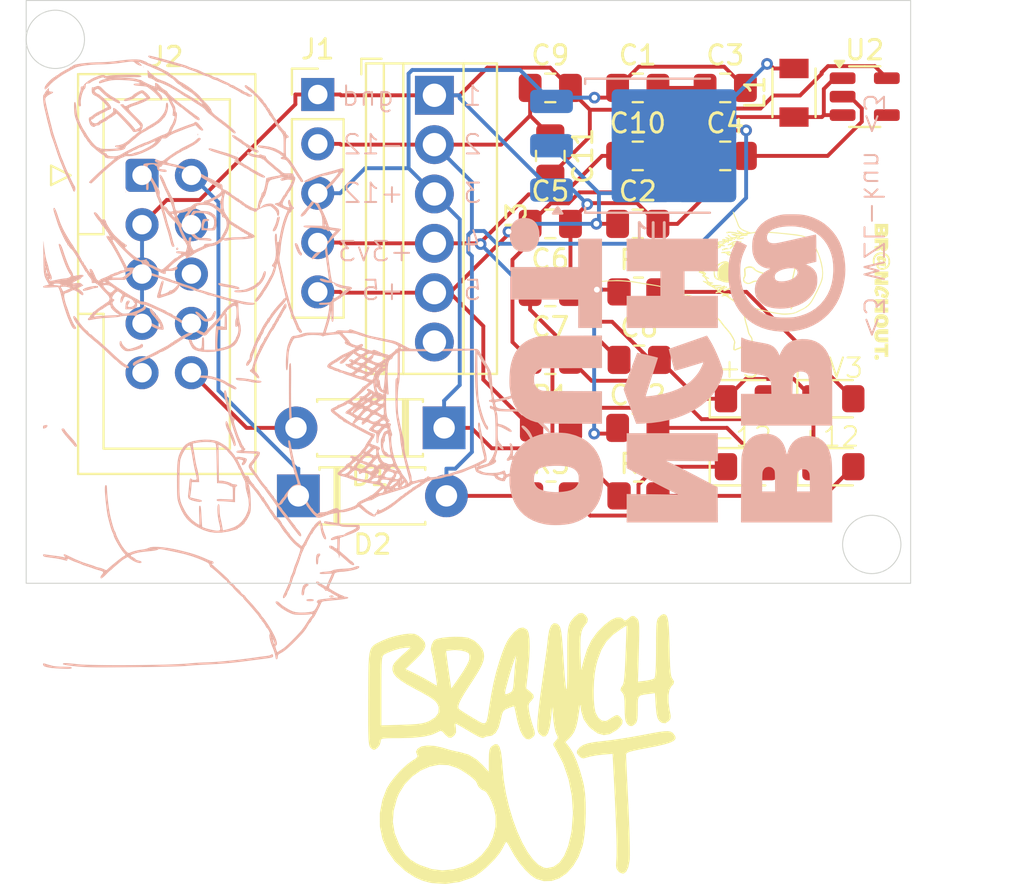
<source format=kicad_pcb>
(kicad_pcb (version 20240108) (generator "pcbnew") (generator_version "8.0")
  (layers (0 "F.Cu" signal) (31 "B.Cu" signal) (34 "B.Paste" user) (35 "F.Paste" user) (36 "B.SilkS" user "B.Silkscreen") (37 "F.SilkS" user "F.Silkscreen") (38 "B.Mask" user) (39 "F.Mask" user) (44 "Edge.Cuts" user))
  (net 0 "")
  (net 1 "GND")
  (net 2 "/+12V_PWR")
  (net 3 "/+5V_PWR")
  (net 4 "/-12V_PWR")
  (net 5 "Net-(U2-EN)")
  (net 6 "/+3V3_PWR")
  (net 7 "Net-(D1-A)")
  (net 8 "Net-(D2-K)")
  (net 9 "Net-(D3-A)")
  (net 10 "Net-(D4-A)")
  (net 11 "Net-(D5-K)")
  (net 12 "Net-(D6-A)")
  (footprint "Capacitor_SMD:C_0805_2012Metric_Pad1.18x1.45mm_HandSolder" (layer "F.Cu") (at 161.4625 43)
    (property "Reference" "C1" (at 0 -1.68 0) (layer "F.SilkS"))
    (property "Value" "10uf")
    (pad "1" smd roundrect (at -1.0375 0) (size 1.175 1.45) (layers "F.Cu" "F.Paste" "F.Mask") (roundrect_rratio 0.212766) (net 2 "/+12V_PWR"))
    (pad "2" smd roundrect (at 1.0375 0) (size 1.175 1.45) (layers "F.Cu" "F.Paste" "F.Mask") (roundrect_rratio 0.212766) (net 1 "GND"))
  )
  (footprint "LED_SMD:LED_0805_2012Metric_Pad1.15x1.40mm_HandSolder" (layer "F.Cu") (at 171.525 59)
    (property "Reference" "D4" (hide yes))
    (property "Value" "LED")
    (pad "1" smd roundrect (at -1.025 0) (size 1.15 1.4) (layers "F.Cu" "F.Paste" "F.Mask") (roundrect_rratio 0.217391) (net 1 "GND"))
    (pad "2" smd roundrect (at 1.025 0) (size 1.15 1.4) (layers "F.Cu" "F.Paste" "F.Mask") (roundrect_rratio 0.217391) (net 10 "Net-(D4-A)"))
  )
  (footprint "Capacitor_SMD:C_0805_2012Metric_Pad1.18x1.45mm_HandSolder" (layer "F.Cu") (at 161.5375 57)
    (property "Reference" "C8" (at 0 -1.68 0) (layer "F.SilkS"))
    (property "Value" "100n")
    (pad "1" smd roundrect (at -1.0375 0) (size 1.175 1.45) (layers "F.Cu" "F.Paste" "F.Mask") (roundrect_rratio 0.212766) (net 2 "/+12V_PWR"))
    (pad "2" smd roundrect (at 1.0375 0) (size 1.175 1.45) (layers "F.Cu" "F.Paste" "F.Mask") (roundrect_rratio 0.212766) (net 1 "GND"))
  )
  (footprint "LED_SMD:LED_0805_2012Metric_Pad1.15x1.40mm_HandSolder" (layer "F.Cu") (at 167.025 59)
    (property "Reference" "D3" (hide yes))
    (property "Value" "LED")
    (pad "1" smd roundrect (at -1.025 0) (size 1.15 1.4) (layers "F.Cu" "F.Paste" "F.Mask") (roundrect_rratio 0.217391) (net 1 "GND"))
    (pad "2" smd roundrect (at 1.025 0) (size 1.15 1.4) (layers "F.Cu" "F.Paste" "F.Mask") (roundrect_rratio 0.217391) (net 9 "Net-(D3-A)"))
  )
  (footprint "LOGO" (layer "F.Cu") (at 156.1282 77.749749)
    (property "Reference" "brasnchoutlogo" (hide yes))
    (property "Value" "LOGO" (hide yes))
  )
  (footprint "Capacitor_SMD:C_0805_2012Metric_Pad1.18x1.45mm_HandSolder" (layer "F.Cu") (at 156.9625 46.5 -90)
    (property "Reference" "C11" (at 0 -1.68 90) (layer "F.SilkS"))
    (property "Value" "100n")
    (pad "1" smd roundrect (at -1.0375 0 270) (size 1.175 1.45) (layers "F.Cu" "F.Paste" "F.Mask") (roundrect_rratio 0.212766) (net 4 "/-12V_PWR"))
    (pad "2" smd roundrect (at 1.0375 0 270) (size 1.175 1.45) (layers "F.Cu" "F.Paste" "F.Mask") (roundrect_rratio 0.212766) (net 1 "GND"))
  )
  (footprint "Connector_PinHeader_2.54mm:PinHeader_1x05_P2.54mm_Vertical" (layer "F.Cu") (at 145 43.34)
    (property "Reference" "J1" (at 0 -2.33 0) (layer "F.SilkS"))
    (property "Value" "Conn_01x05")
    (pad "1" thru_hole rect (at 0 0) (size 1.7 1.7) (drill 1) (layers "*.Cu" "*.Mask") (net 1 "GND"))
    (pad "2" thru_hole oval (at 0 2.54) (size 1.7 1.7) (drill 1) (layers "*.Cu" "*.Mask") (net 4 "/-12V_PWR"))
    (pad "3" thru_hole oval (at 0 5.08) (size 1.7 1.7) (drill 1) (layers "*.Cu" "*.Mask") (net 2 "/+12V_PWR"))
    (pad "4" thru_hole oval (at 0 7.62) (size 1.7 1.7) (drill 1) (layers "*.Cu" "*.Mask") (net 6 "/+3V3_PWR"))
    (pad "5" thru_hole oval (at 0 10.16) (size 1.7 1.7) (drill 1) (layers "*.Cu" "*.Mask") (net 3 "/+5V_PWR"))
  )
  (footprint "Capacitor_SMD:C_0805_2012Metric_Pad1.18x1.45mm_HandSolder" (layer "F.Cu") (at 161.4625 46.5)
    (property "Reference" "C10" (at 0 -1.68 0) (layer "F.SilkS"))
    (property "Value" "10uf")
    (pad "1" smd roundrect (at -1.0375 0) (size 1.175 1.45) (layers "F.Cu" "F.Paste" "F.Mask") (roundrect_rratio 0.212766) (net 6 "/+3V3_PWR"))
    (pad "2" smd roundrect (at 1.0375 0) (size 1.175 1.45) (layers "F.Cu" "F.Paste" "F.Mask") (roundrect_rratio 0.212766) (net 1 "GND"))
  )
  (footprint "LED_SMD:LED_0805_2012Metric_Pad1.15x1.40mm_HandSolder" (layer "F.Cu") (at 167.025 62.5)
    (property "Reference" "D5" (hide yes))
    (property "Value" "LED")
    (pad "1" smd roundrect (at -1.025 0) (size 1.15 1.4) (layers "F.Cu" "F.Paste" "F.Mask") (roundrect_rratio 0.217391) (net 11 "Net-(D5-K)"))
    (pad "2" smd roundrect (at 1.025 0) (size 1.15 1.4) (layers "F.Cu" "F.Paste" "F.Mask") (roundrect_rratio 0.217391) (net 1 "GND"))
  )
  (footprint "Capacitor_SMD:C_0805_2012Metric_Pad1.18x1.45mm_HandSolder" (layer "F.Cu") (at 156.9625 43)
    (property "Reference" "C9" (at 0 -1.68 0) (layer "F.SilkS"))
    (property "Value" "100n")
    (pad "1" smd roundrect (at -1.0375 0) (size 1.175 1.45) (layers "F.Cu" "F.Paste" "F.Mask") (roundrect_rratio 0.212766) (net 4 "/-12V_PWR"))
    (pad "2" smd roundrect (at 1.0375 0) (size 1.175 1.45) (layers "F.Cu" "F.Paste" "F.Mask") (roundrect_rratio 0.212766) (net 1 "GND"))
  )
  (footprint "Connector_IDC:IDC-Header_2x05_P2.54mm_Vertical" (layer "F.Cu") (at 135.96 47.5)
    (property "Reference" "J2" (at 1.27 -6.1 0) (layer "F.SilkS"))
    (property "Value" "Conn_02x05_Odd_Even")
    (pad "1" thru_hole roundrect (at 0 0) (size 1.7 1.7) (drill 1) (layers "*.Cu" "*.Mask") (roundrect_rratio 0.147059))
    (pad "2" thru_hole circle (at 2.54 0) (size 1.7 1.7) (drill 1) (layers "*.Cu" "*.Mask") (net 8 "Net-(D2-K)"))
    (pad "3" thru_hole circle (at 0 2.54) (size 1.7 1.7) (drill 1) (layers "*.Cu" "*.Mask") (net 1 "GND"))
    (pad "4" thru_hole circle (at 2.54 2.54) (size 1.7 1.7) (drill 1) (layers "*.Cu" "*.Mask"))
    (pad "5" thru_hole circle (at 0 5.08) (size 1.7 1.7) (drill 1) (layers "*.Cu" "*.Mask") (net 1 "GND"))
    (pad "6" thru_hole circle (at 2.54 5.08) (size 1.7 1.7) (drill 1) (layers "*.Cu" "*.Mask"))
    (pad "7" thru_hole circle (at 0 7.62) (size 1.7 1.7) (drill 1) (layers "*.Cu" "*.Mask") (net 1 "GND"))
    (pad "8" thru_hole circle (at 2.54 7.62) (size 1.7 1.7) (drill 1) (layers "*.Cu" "*.Mask"))
    (pad "9" thru_hole circle (at 0 10.16) (size 1.7 1.7) (drill 1) (layers "*.Cu" "*.Mask"))
    (pad "10" thru_hole circle (at 2.54 10.16) (size 1.7 1.7) (drill 1) (layers "*.Cu" "*.Mask") (net 7 "Net-(D1-A)"))
  )
  (footprint "LOGO" (layer "F.Cu") (at 174 53.5 -90)
    (property "Reference" "logoH" (hide yes))
    (property "Value" "LOGO" (hide yes))
  )
  (footprint "Capacitor_SMD:C_0805_2012Metric_Pad1.18x1.45mm_HandSolder" (layer "F.Cu") (at 161.4625 50)
    (property "Reference" "C2" (at 0 -1.68 0) (layer "F.SilkS"))
    (property "Value" "10uf")
    (pad "1" smd roundrect (at -1.0375 0) (size 1.175 1.45) (layers "F.Cu" "F.Paste" "F.Mask") (roundrect_rratio 0.212766) (net 3 "/+5V_PWR"))
    (pad "2" smd roundrect (at 1.0375 0) (size 1.175 1.45) (layers "F.Cu" "F.Paste" "F.Mask") (roundrect_rratio 0.212766) (net 1 "GND"))
  )
  (footprint "Diode_THT:D_DO-41_SOD81_P7.62mm_Horizontal" (layer "F.Cu") (at 151.5 60.5 180)
    (property "Reference" "D1" (at 3.81 -2.47 0) (layer "F.SilkS"))
    (property "Value" "D")
    (pad "1" thru_hole rect (at 0 0 180) (size 2.2 2.2) (drill 1.1) (layers "*.Cu" "*.Mask") (net 2 "/+12V_PWR"))
    (pad "2" thru_hole oval (at 7.62 0 180) (size 2.2 2.2) (drill 1.1) (layers "*.Cu" "*.Mask") (net 7 "Net-(D1-A)"))
  )
  (footprint "LED_SMD:LED_0805_2012Metric_Pad1.15x1.40mm_HandSolder" (layer "F.Cu") (at 171.525 62.5)
    (property "Reference" "D6" (hide yes))
    (property "Value" "LED")
    (pad "1" smd roundrect (at -1.025 0) (size 1.15 1.4) (layers "F.Cu" "F.Paste" "F.Mask") (roundrect_rratio 0.217391) (net 1 "GND"))
    (pad "2" smd roundrect (at 1.025 0) (size 1.15 1.4) (layers "F.Cu" "F.Paste" "F.Mask") (roundrect_rratio 0.217391) (net 12 "Net-(D6-A)"))
  )
  (footprint "Capacitor_SMD:C_0805_2012Metric_Pad1.18x1.45mm_HandSolder" (layer "F.Cu") (at 156.9625 53.5)
    (property "Reference" "C6" (at 0 -1.68 0) (layer "F.SilkS"))
    (property "Value" "100n")
    (pad "1" smd roundrect (at -1.0375 0) (size 1.175 1.45) (layers "F.Cu" "F.Paste" "F.Mask") (roundrect_rratio 0.212766) (net 2 "/+12V_PWR"))
    (pad "2" smd roundrect (at 1.0375 0) (size 1.175 1.45) (layers "F.Cu" "F.Paste" "F.Mask") (roundrect_rratio 0.212766) (net 1 "GND"))
  )
  (footprint "Capacitor_SMD:C_0805_2012Metric_Pad1.18x1.45mm_HandSolder" (layer "F.Cu") (at 165.9625 46.5)
    (property "Reference" "C4" (at 0 -1.68 0) (layer "F.SilkS"))
    (property "Value" "22uF")
    (pad "1" smd roundrect (at -1.0375 0) (size 1.175 1.45) (layers "F.Cu" "F.Paste" "F.Mask") (roundrect_rratio 0.212766) (net 4 "/-12V_PWR"))
    (pad "2" smd roundrect (at 1.0375 0) (size 1.175 1.45) (layers "F.Cu" "F.Paste" "F.Mask") (roundrect_rratio 0.212766) (net 1 "GND"))
  )
  (footprint "Resistor_SMD:R_0805_2012Metric_Pad1.20x1.40mm_HandSolder" (layer "F.Cu") (at 157 64)
    (property "Reference" "R3" (at 0 -1.65 0) (layer "F.SilkS"))
    (property "Value" "1k")
    (pad "1" smd roundrect (at -1 0) (size 1.2 1.4) (layers "F.Cu" "F.Paste" "F.Mask") (roundrect_rratio 0.208333) (net 4 "/-12V_PWR"))
    (pad "2" smd roundrect (at 1 0) (size 1.2 1.4) (layers "F.Cu" "F.Paste" "F.Mask") (roundrect_rratio 0.208333) (net 11 "Net-(D5-K)"))
  )
  (footprint "Package_TO_SOT_SMD:TSOT-23-5" (layer "F.Cu") (at 173.1375 43.45)
    (property "Reference" "U2" (at 0 -2.4 0) (layer "F.SilkS"))
    (property "Value" "ADP150AUJZ-3.3-R7")
    (pad "1" smd roundrect (at -1.1375 -0.95) (size 1.325 0.6) (layers "F.Cu" "F.Paste" "F.Mask") (net 5 "Net-(U2-EN)"))
    (pad "2" smd roundrect (at -1.1375 0) (size 1.325 0.6) (layers "F.Cu" "F.Paste" "F.Mask") (net 1 "GND"))
    (pad "3" smd roundrect (at -1.1375 0.95) (size 1.325 0.6) (layers "F.Cu" "F.Paste" "F.Mask") (net 5 "Net-(U2-EN)"))
    (pad "4" smd roundrect (at 1.1375 0.95) (size 1.325 0.6) (layers "F.Cu" "F.Paste" "F.Mask"))
    (pad "5" smd roundrect (at 1.1375 -0.95) (size 1.325 0.6) (layers "F.Cu" "F.Paste" "F.Mask") (net 6 "/+3V3_PWR"))
  )
  (footprint "Inductor_SMD:L_TDK_NLV25_2.5x2.0mm" (layer "F.Cu") (at 169.5 43.25 90)
    (property "Reference" "L1" (at 0 -2 90) (layer "F.SilkS"))
    (property "Value" "10uH")
    (pad "1" smd rect (at -1.25 0 90) (size 1 1.5) (layers "F.Cu" "F.Paste" "F.Mask") (net 5 "Net-(U2-EN)"))
    (pad "2" smd rect (at 1.25 0 90) (size 1 1.5) (layers "F.Cu" "F.Paste" "F.Mask") (net 3 "/+5V_PWR"))
  )
  (footprint "Capacitor_SMD:C_0805_2012Metric_Pad1.18x1.45mm_HandSolder" (layer "F.Cu") (at 156.9625 56.99)
    (property "Reference" "C7" (at 0 -1.68 0) (layer "F.SilkS"))
    (property "Value" "100n")
    (pad "1" smd roundrect (at -1.0375 0) (size 1.175 1.45) (layers "F.Cu" "F.Paste" "F.Mask") (roundrect_rratio 0.212766) (net 5 "Net-(U2-EN)"))
    (pad "2" smd roundrect (at 1.0375 0) (size 1.175 1.45) (layers "F.Cu" "F.Paste" "F.Mask") (roundrect_rratio 0.212766) (net 1 "GND"))
  )
  (footprint "Capacitor_SMD:C_0805_2012Metric_Pad1.18x1.45mm_HandSolder" (layer "F.Cu") (at 165.9625 43)
    (property "Reference" "C3" (at 0 -1.68 0) (layer "F.SilkS"))
    (property "Value" "22uF")
    (pad "1" smd roundrect (at -1.0375 0) (size 1.175 1.45) (layers "F.Cu" "F.Paste" "F.Mask") (roundrect_rratio 0.212766) (net 1 "GND"))
    (pad "2" smd roundrect (at 1.0375 0) (size 1.175 1.45) (layers "F.Cu" "F.Paste" "F.Mask") (roundrect_rratio 0.212766) (net 2 "/+12V_PWR"))
  )
  (footprint "Resistor_SMD:R_0805_2012Metric_Pad1.20x1.40mm_HandSolder" (layer "F.Cu") (at 161.5 64)
    (property "Reference" "R4" (at 0 -1.65 0) (layer "F.SilkS"))
    (property "Value" "1k")
    (pad "1" smd roundrect (at -1 0) (size 1.2 1.4) (layers "F.Cu" "F.Paste" "F.Mask") (roundrect_rratio 0.208333) (net 2 "/+12V_PWR"))
    (pad "2" smd roundrect (at 1 0) (size 1.2 1.4) (layers "F.Cu" "F.Paste" "F.Mask") (roundrect_rratio 0.208333) (net 12 "Net-(D6-A)"))
  )
  (footprint "Resistor_SMD:R_0805_2012Metric_Pad1.20x1.40mm_HandSolder" (layer "F.Cu") (at 161.5 53.5)
    (property "Reference" "R2" (at 0 -1.65 0) (layer "F.SilkS"))
    (property "Value" "500")
    (pad "1" smd roundrect (at -1 0) (size 1.2 1.4) (layers "F.Cu" "F.Paste" "F.Mask") (roundrect_rratio 0.208333) (net 6 "/+3V3_PWR"))
    (pad "2" smd roundrect (at 1 0) (size 1.2 1.4) (layers "F.Cu" "F.Paste" "F.Mask") (roundrect_rratio 0.208333) (net 10 "Net-(D4-A)"))
  )
  (footprint "Capacitor_SMD:C_0805_2012Metric_Pad1.18x1.45mm_HandSolder" (layer "F.Cu") (at 161.4625 60.5)
    (property "Reference" "C12" (at 0 -1.68 0) (layer "F.SilkS"))
    (property "Value" "100n")
    (pad "1" smd roundrect (at -1.0375 0) (size 1.175 1.45) (layers "F.Cu" "F.Paste" "F.Mask") (roundrect_rratio 0.212766) (net 6 "/+3V3_PWR"))
    (pad "2" smd roundrect (at 1.0375 0) (size 1.175 1.45) (layers "F.Cu" "F.Paste" "F.Mask") (roundrect_rratio 0.212766) (net 1 "GND"))
  )
  (footprint "Resistor_SMD:R_0805_2012Metric_Pad1.20x1.40mm_HandSolder" (layer "F.Cu") (at 157 60.5)
    (property "Reference" "R1" (at 0 -1.65 0) (layer "F.SilkS"))
    (property "Value" "1k")
    (pad "1" smd roundrect (at -1 0) (size 1.2 1.4) (layers "F.Cu" "F.Paste" "F.Mask") (roundrect_rratio 0.208333) (net 3 "/+5V_PWR"))
    (pad "2" smd roundrect (at 1 0) (size 1.2 1.4) (layers "F.Cu" "F.Paste" "F.Mask") (roundrect_rratio 0.208333) (net 9 "Net-(D3-A)"))
  )
  (footprint "LOGO" (layer "F.Cu") (at 165 53 180)
    (property "Reference" "soy" (hide yes))
    (property "Value" "LOGO" (hide yes))
  )
  (footprint "TerminalBlock:TerminalBlock_Xinya_XY308-2.54-6P_1x06_P2.54mm_Horizontal" (layer "F.Cu") (at 151 43.38 -90)
    (property "Reference" "J3" (at 6.35 -4.22 90) (layer "F.SilkS"))
    (property "Value" "Screw_Terminal_01x05")
    (pad "1" thru_hole rect (at 0 0 270) (size 2 2) (drill 1.2) (layers "*.Cu" "*.Mask") (net 1 "GND"))
    (pad "2" thru_hole circle (at 2.54 0 270) (size 2 2) (drill 1.2) (layers "*.Cu" "*.Mask") (net 4 "/-12V_PWR"))
    (pad "3" thru_hole circle (at 5.08 0 270) (size 2 2) (drill 1.2) (layers "*.Cu" "*.Mask") (net 2 "/+12V_PWR"))
    (pad "4" thru_hole circle (at 7.62 0 270) (size 2 2) (drill 1.2) (layers "*.Cu" "*.Mask") (net 6 "/+3V3_PWR"))
    (pad "5" thru_hole circle (at 10.16 0 270) (size 2 2) (drill 1.2) (layers "*.Cu" "*.Mask") (net 3 "/+5V_PWR"))
    (pad "6" thru_hole circle (at 12.7 0 270) (size 2 2) (drill 1.2) (layers "*.Cu" "*.Mask"))
  )
  (footprint "Capacitor_SMD:C_0805_2012Metric_Pad1.18x1.45mm_HandSolder" (layer "F.Cu") (at 156.9625 50)
    (property "Reference" "C5" (at 0 -1.68 0) (layer "F.SilkS"))
    (property "Value" "10uf")
    (pad "1" smd roundrect (at -1.0375 0) (size 1.175 1.45) (layers "F.Cu" "F.Paste" "F.Mask") (roundrect_rratio 0.212766) (net 5 "Net-(U2-EN)"))
    (pad "2" smd roundrect (at 1.0375 0) (size 1.175 1.45) (layers "F.Cu" "F.Paste" "F.Mask") (roundrect_rratio 0.212766) (net 1 "GND"))
  )
  (footprint "Diode_THT:D_DO-41_SOD81_P7.62mm_Horizontal" (layer "F.Cu") (at 144 64)
    (property "Reference" "D2" (at 3.81 2.5 0) (layer "F.SilkS"))
    (property "Value" "D")
    (pad "1" thru_hole rect (at 0 0) (size 2.2 2.2) (drill 1.1) (layers "*.Cu" "*.Mask") (net 8 "Net-(D2-K)"))
    (pad "2" thru_hole oval (at 7.62 0) (size 2.2 2.2) (drill 1.1) (layers "*.Cu" "*.Mask") (net 4 "/-12V_PWR"))
  )
  (footprint "LOGO" (layer "B.Cu") (at 144 57.5 90)
    (property "Reference" "potemkin" (hide yes))
    (property "Value" "LOGO" (hide yes))
  )
  (footprint "Package_TO_SOT_SMD:TO-252-3_TabPin2" (layer "B.Cu") (at 162.065 45.975)
    (property "Reference" "U1" (at 0 4.5 0) (layer "B.SilkS") (effects (justify mirror)))
    (property "Value" "LM1117DT-5.0")
    (pad "1" smd roundrect (at -5.04 2.28) (size 2.2 1.2) (layers "B.Cu" "B.Paste" "B.Mask") (roundrect_rratio 0.208333) (net 1 "GND"))
    (pad "2" smd roundrect (at -5.04 0) (size 2.2 1.2) (layers "B.Cu" "B.Paste" "B.Mask") (roundrect_rratio 0.208333) (net 3 "/+5V_PWR"))
    (pad "2" smd roundrect (at -0.415 -1.525) (size 3.05 2.75) (layers "B.Cu" "B.Paste") (roundrect_rratio 0.090909) (net 3 "/+5V_PWR"))
    (pad "2" smd roundrect (at -0.415 1.525) (size 3.05 2.75) (layers "B.Cu" "B.Paste") (roundrect_rratio 0.090909) (net 3 "/+5V_PWR"))
    (pad "2" smd roundrect (at 1.26 0) (size 6.4 5.8) (layers "B.Cu" "B.Mask") (roundrect_rratio 0.043103) (net 3 "/+5V_PWR"))
    (pad "2" smd roundrect (at 2.935 -1.525) (size 3.05 2.75) (layers "B.Cu" "B.Paste") (roundrect_rratio 0.090909) (net 3 "/+5V_PWR"))
    (pad "2" smd roundrect (at 2.935 1.525) (size 3.05 2.75) (layers "B.Cu" "B.Paste") (roundrect_rratio 0.090909) (net 3 "/+5V_PWR"))
    (pad "3" smd roundrect (at -5.04 -2.28) (size 2.2 1.2) (layers "B.Cu" "B.Paste" "B.Mask") (roundrect_rratio 0.208333) (net 2 "/+12V_PWR"))
  )
  (footprint "LOGO" (layer "B.Cu") (at 163.5 57.5 90)
    (property "Reference" "logoV" (hide yes))
    (property "Value" "LOGO" (hide yes))
  )
  (gr_circle (center 131.5 40.5) (end 133 40.5) (stroke (width 0.05)) (fill none) (layer "Edge.Cuts"))
  (gr_rect (start 130 38.5) (end 175.5 68.5) (stroke (width 0.05)) (fill none) (layer "Edge.Cuts"))
  (gr_circle (center 173.5 66.5) (end 175 66.5) (stroke (width 0.05)) (fill none) (layer "Edge.Cuts"))
  (gr_text "3" (at 153.5 49 0) (layer "B.SilkS") (effects (font (size 1 1) (thickness 0.1)) (justify left bottom mirror)))
  (gr_text "2" (at 153.5 46.5 0) (layer "B.SilkS") (effects (font (size 1 1) (thickness 0.1)) (justify left bottom mirror)))
  (gr_text "+3v3" (at 150 52 0) (layer "B.SilkS") (effects (font (size 1 1) (thickness 0.1)) (justify left bottom mirror)))
  (gr_text "gnd" (at 149 44 0) (layer "B.SilkS") (effects (font (size 1 1) (thickness 0.1)) (justify left bottom mirror)))
  (gr_text "<3 WZL-kun <3" (at 173 56 -90) (layer "B.SilkS") (effects (font (size 1 1) (thickness 0.1)) (justify left bottom mirror)))
  (gr_text "-12" (at 149.5 46.5 0) (layer "B.SilkS") (effects (font (size 1 1) (thickness 0.1)) (justify left bottom mirror)))
  (gr_text "5" (at 153.5 54 0) (layer "B.SilkS") (effects (font (size 1 1) (thickness 0.1)) (justify left bottom mirror)))
  (gr_text "1" (at 153.5 44 0) (layer "B.SilkS") (effects (font (size 1 1) (thickness 0.1)) (justify left bottom mirror)))
  (gr_text "4\n" (at 153.5 51.5 0) (layer "B.SilkS") (effects (font (size 1 1) (thickness 0.1)) (justify left bottom mirror)))
  (gr_text "+5" (at 149.5 54 0) (layer "B.SilkS") (effects (font (size 1 1) (thickness 0.1)) (justify left bottom mirror)))
  (gr_text "+12" (at 149.5 49 0) (layer "B.SilkS") (effects (font (size 1 1) (thickness 0.1)) (justify left bottom mirror)))
  (gr_text "-12" (at 165.165 61.54 0) (layer "F.SilkS") (effects (font (size 1 1) (thickness 0.1)) (justify left bottom)))
  (gr_text "+12" (at 169.665 61.54 0) (layer "F.SilkS") (effects (font (size 1 1) (thickness 0.1)) (justify left bottom)))
  (gr_text "+5" (at 165.5 58 0) (layer "F.SilkS") (effects (font (size 1 1) (thickness 0.1)) (justify left bottom)))
  (gr_text "+3V3" (at 169 58 0) (layer "F.SilkS") (effects (font (size 1 1) (thickness 0.1)) (justify left bottom)))
  (segment (start 156.9625 47.5375) (end 158.9967 45.5033) (width 0.2) (layer "F.Cu") (net 1))
  (segment (start 146.1517 43.34) (end 146.1917 43.38) (width 0.2) (layer "F.Cu") (net 1))
  (segment (start 167.0169 57.9831) (end 169.4831 57.9831) (width 0.2) (layer "F.Cu") (net 1))
  (segment (start 161.4316 48.9316) (end 158.9232 48.9316) (width 0.2) (layer "F.Cu") (net 1))
  (segment (start 159.083 58.073) (end 161.0484 58.073) (width 0.2) (layer "F.Cu") (net 1))
  (segment (start 172.9878 44.0595) (end 172.3783 43.45) (width 0.2) (layer "F.Cu") (net 1))
  (segment (start 168.05 62.5) (end 166.05 60.5) (width 0.2) (layer "F.Cu") (net 1))
  (segment (start 172.3783 43.45) (end 172 43.45) (width 0.2) (layer "F.Cu") (net 1))
  (segment (start 156.9564 41.9564) (end 158 43) (width 0.2) (layer "F.Cu") (net 1))
  (segment (start 162.5 50) (end 163.5 50) (width 0.2) (layer "F.Cu") (net 1))
  (segment (start 166.05 60.5) (end 162.5 60.5) (width 0.2) (layer "F.Cu") (net 1))
  (segment (start 158 50) (end 158 53.5) (width 0.2) (layer "F.Cu") (net 1))
  (segment (start 158 50) (end 158 49.8548) (width 0.2) (layer "F.Cu") (net 1))
  (segment (start 138.9222 48.77) (end 137.23 48.77) (width 0.2) (layer "F.Cu") (net 1))
  (segment (start 158 56.99) (end 159.083 58.073) (width 0.2) (layer "F.Cu") (net 1))
  (segment (start 143.8483 43.8439) (end 138.9222 48.77) (width 0.2) (layer "F.Cu") (net 1))
  (segment (start 158 43) (end 158 43.1278) (width 0.2) (layer "F.Cu") (net 1))
  (segment (start 170.5 59) (end 170.5 62.5) (width 0.2) (layer "F.Cu") (net 1))
  (segment (start 153.7253 41.9564) (end 156.9564 41.9564) (width 0.2) (layer "F.Cu") (net 1))
  (segment (start 164.925 43) (end 162.5 43) (width 0.2) (layer "F.Cu") (net 1))
  (segment (start 143.8483 43.34) (end 143.8483 43.8439) (width 0.2) (layer "F.Cu") (net 1))
  (segment (start 162.575 57) (end 164.575 59) (width 0.2) (layer "F.Cu") (net 1))
  (segment (start 163.5 50) (end 167 46.5) (width 0.2) (layer "F.Cu") (net 1))
  (segment (start 162.5 50) (end 161.4316 48.9316) (width 0.2) (layer "F.Cu") (net 1))
  (segment (start 164.575 59) (end 166 59) (width 0.2) (layer "F.Cu") (net 1))
  (segment (start 151 43.38) (end 152.3017 43.38) (width 0.2) (layer "F.Cu") (net 1))
  (segment (start 159.5351 55.0351) (end 158 53.5) (width 0.2) (layer "F.Cu") (net 1))
  (segment (start 166 59) (end 167.0169 57.9831) (width 0.2) (layer "F.Cu") (net 1))
  (segment (start 161.3755 44.1245) (end 161.3755 45.3755) (width 0.2) (layer "F.Cu") (net 1))
  (segment (start 137.23 48.77) (end 135.96 50.04) (width 0.2) (layer "F.Cu") (net 1))
  (segment (start 158 43.1278) (end 158.9967 44.1245) (width 0.2) (layer "F.Cu") (net 1))
  (segment (start 161.3755 45.3755) (end 162.5 46.5) (width 0.2) (layer "F.Cu") (net 1))
  (segment (start 162.575 57) (end 162.5669 57.0081) (width 0.2) (layer "F.Cu") (net 1))
  (segment (start 158.8662 48.9886) (end 158.863 48.9854) (width 0.2) (layer "F.Cu") (net 1))
  (segment (start 158 49.8548) (end 158.8662 48.9886) (width 0.2) (layer "F.Cu") (net 1))
  (segment (start 161.0484 58.073) (end 162.1134 57.008) (width 0.2) (layer "F.Cu") (net 1))
  (segment (start 172.9878 44.7414) (end 172.9878 44.0595) (width 0.2) (layer "F.Cu") (net 1))
  (segment (start 158.9967 45.5033) (end 158.9967 44.1245) (width 0.2) (layer "F.Cu") (net 1))
  (segment (start 162.1134 57.008) (end 160.1404 55.0351) (width 0.2) (layer "F.Cu") (net 1))
  (segment (start 167 46.5) (end 171.2292 46.5) (width 0.2) (layer "F.Cu") (net 1))
  (segment (start 146.1917 43.38) (end 151 43.38) (width 0.2) (layer "F.Cu") (net 1))
  (segment (start 152.3017 43.38) (end 153.7253 41.9564) (width 0.2) (layer "F.Cu") (net 1))
  (segment (start 161.3755 44.1245) (end 162.5 43) (width 0.2) (layer "F.Cu") (net 1))
  (segment (start 145 43.34) (end 146.1517 43.34) (width 0.2) (layer "F.Cu") (net 1))
  (segment (start 145 43.34) (end 143.8483 43.34) (width 0.2) (layer "F.Cu") (net 1))
  (segment (start 170.5 62.5) (end 168.05 62.5) (width 0.2) (layer "F.Cu") (net 1))
  (segment (start 162.5669 57.0081) (end 162.1134 57.0081) (width 0.2) (layer "F.Cu") (net 1))
  (segment (start 162.1134 57.0081) (end 162.1134 57.008) (width 0.2) (layer "F.Cu") (net 1))
  (segment (start 158.9967 44.1245) (end 161.3755 44.1245) (width 0.2) (layer "F.Cu") (net 1))
  (segment (start 169.4831 57.9831) (end 170.5 59) (width 0.2) (layer "F.Cu") (net 1))
  (segment (start 171.2292 46.5) (end 172.9878 44.7414) (width 0.2) (layer "F.Cu") (net 1))
  (segment (start 158.9232 48.9316) (end 158.8662 48.9886) (width 0.2) (layer "F.Cu") (net 1))
  (segment (start 160.1404 55.0351) (end 159.5351 55.0351) (width 0.2) (layer "F.Cu") (net 1))
  (via (at 158.863 48.9854) (size 0.6) (drill 0.3) (layers "F.Cu" "B.Cu") (net 1))
  (segment (start 135.96 52.58) (end 135.96 50.04) (width 0.2) (layer "B.Cu") (net 1))
  (segment (start 152.3017 43.38) (end 152.3017 43.5317) (width 0.2) (layer "B.Cu") (net 1))
  (segment (start 152.3017 43.5317) (end 157.025 48.255) (width 0.2) (layer "B.Cu") (net 1))
  (segment (start 135.96 55.12) (end 135.96 52.58) (width 0.2) (layer "B.Cu") (net 1))
  (segment (start 151 43.38) (end 152.3017 43.38) (width 0.2) (layer "B.Cu") (net 1))
  (segment (start 157.025 48.255) (end 158.1326 48.255) (width 0.2) (layer "B.Cu") (net 1))
  (segment (start 158.1326 48.255) (end 158.863 48.9854) (width 0.2) (layer "B.Cu") (net 1))
  (segment (start 158.3391 55.9422) (end 158.3406 55.9437) (width 0.2) (layer "F.Cu") (net 2))
  (segment (start 161.5156 41.9094) (end 160.425 43) (width 0.2) (layer "F.Cu") (net 2))
  (segment (start 160.5 64) (end 158.0513 61.5513) (width 0.2) (layer "F.Cu") (net 2))
  (segment (start 157.0724 61.5513) (end 157.0724 56.3236) (width 0.2) (layer "F.Cu") (net 2))
  (segment (start 157.0724 56.3236) (end 157.4538 55.9422) (width 0.2) (layer "F.Cu") (net 2))
  (segment (start 158.3406 55.9437) (end 159.4437 55.9437) (width 0.2) (layer "F.Cu") (net 2))
  (segment (start 159.4437 55.9437) (end 160.5 57) (width 0.2) (layer "F.Cu") (net 2))
  (segment (start 155.925 53.5) (end 155.925 54.4134) (width 0.2) (layer "F.Cu") (net 2))
  (segment (start 155.925 54.4134) (end 157.4538 55.9422) (width 0.2) (layer "F.Cu") (net 2))
  (segment (start 158.0513 61.5513) (end 157.0724 61.5513) (width 0.2) (layer "F.Cu") (net 2))
  (segment (start 157.4538 55.9422) (end 158.3391 55.9422) (width 0.2) (layer "F.Cu") (net 2))
  (segment (start 153.953 61.5513) (end 157.0724 61.5513) (width 0.2) (layer "F.Cu") (net 2))
  (segment (start 167 43) (end 165.9094 41.9094) (width 0.2) (layer "F.Cu") (net 2))
  (segment (start 165.9094 41.9094) (end 161.5156 41.9094) (width 0.2) (layer "F.Cu") (net 2))
  (segment (start 159.9246 43.5004) (end 159.2334 43.5004) (width 0.2) (layer "F.Cu") (net 2))
  (segment (start 151.5 60.5) (end 152.9017 60.5) (width 0.2) (layer "F.Cu") (net 2))
  (segment (start 160.425 43) (end 159.9246 43.5004) (width 0.2) (layer "F.Cu") (net 2))
  (segment (start 152.9017 60.5) (end 153.953 61.5513) (width 0.2) (layer "F.Cu") (net 2))
  (via (at 159.2334 43.5004) (size 0.6) (drill 0.3) (layers "F.Cu" "B.Cu") (net 2))
  (segment (start 149.6725 47.1325) (end 147.4392 47.1325) (width 0.2) (layer "B.Cu") (net 2))
  (segment (start 149.8593 42.0783) (end 149.6725 42.2651) (width 0.2) (layer "B.Cu") (net 2))
  (segment (start 145 48.42) (end 146.1517 48.42) (width 0.2) (layer "B.Cu") (net 2))
  (segment (start 149.6725 42.2651) (end 149.6725 47.1325) (width 0.2) (layer "B.Cu") (net 2))
  (segment (start 157.025 43.695) (end 155.4083 42.0783) (width 0.2) (layer "B.Cu") (net 2))
  (segment (start 151.5 60.5) (end 151.5 59.0983) (width 0.2) (layer "B.Cu") (net 2))
  (segment (start 157.2196 43.5004) (end 157.025 43.695) (width 0.2) (layer "B.Cu") (net 2))
  (segment (start 151 48.46) (end 152.3032 49.7632) (width 0.2) (layer "B.Cu") (net 2))
  (segment (start 159.2334 43.5004) (end 157.2196 43.5004) (width 0.2) (layer "B.Cu") (net 2))
  (segment (start 152.3032 58.2951) (end 151.5 59.0983) (width 0.2) (layer "B.Cu") (net 2))
  (segment (start 149.6725 47.1325) (end 151 48.46) (width 0.2) (layer "B.Cu") (net 2))
  (segment (start 155.4083 42.0783) (end 149.8593 42.0783) (width 0.2) (layer "B.Cu") (net 2))
  (segment (start 152.3032 49.7632) (end 152.3032 58.2951) (width 0.2) (layer "B.Cu") (net 2))
  (segment (start 147.4392 47.1325) (end 146.1517 48.42) (width 0.2) (layer "B.Cu") (net 2))
  (segment (start 159.3333 49.995) (end 160.42 49.995) (width 0.2) (layer "F.Cu") (net 3))
  (segment (start 168.213 41.7647) (end 168.4483 42) (width 0.2) (layer "F.Cu") (net 3))
  (segment (start 160.42 49.995) (end 160.425 50) (width 0.2) (layer "F.Cu") (net 3))
  (segment (start 154.8115 50.3914) (end 154.8115 50.5253) (width 0.2) (layer "F.Cu") (net 3))
  (segment (start 168.1141 41.7647) (end 168.213 41.7647) (width 0.2) (layer "F.Cu") (net 3))
  (segment (start 151.7968 53.54) (end 151 53.54) (width 0.2) (layer "F.Cu") (net 3))
  (segment (start 153.5162 58.0162) (end 156 60.5) (width 0.2) (layer "F.Cu") (net 3))
  (segment (start 146.1917 53.54) (end 151 53.54) (width 0.2) (layer "F.Cu") (net 3))
  (segment (start 151.7968 53.54) (end 153.5162 55.2594) (width 0.2) (layer "F.Cu") (net 3))
  (segment (start 153.5162 55.2594) (end 153.5162 58.0162) (width 0.2) (layer "F.Cu") (net 3))
  (segment (start 146.1517 53.5) (end 146.1917 53.54) (width 0.2) (layer "F.Cu") (net 3))
  (segment (start 169.5 42) (end 168.4483 42) (width 0.2) (layer "F.Cu") (net 3))
  (segment (start 154.8115 50.5253) (end 151.7968 53.54) (width 0.2) (layer "F.Cu") (net 3))
  (segment (start 145 53.5) (end 146.1517 53.5) (width 0.2) (layer "F.Cu") (net 3))
  (via (at 168.1141 41.7647) (size 0.6) (drill 0.3) (layers "F.Cu" "B.Cu") (net 3))
  (via (at 159.3333 49.995) (size 0.6) (drill 0.3) (layers "F.Cu" "B.Cu") (net 3))
  (via (at 154.8115 50.3914) (size 0.6) (drill 0.3) (layers "F.Cu" "B.Cu") (net 3))
  (segment (start 159.3333 49.995) (end 155.2079 49.995) (width 0.2) (layer "B.Cu") (net 3))
  (segment (start 159.4648 48.4148) (end 159.4648 49.8635) (width 0.2) (layer "B.Cu") (net 3))
  (segment (start 165.4288 44.45) (end 165 44.45) (width 0.2) (layer "B.Cu") (net 3))
  (segment (start 160.7352 48.4148) (end 159.4648 48.4148) (width 0.2) (layer "B.Cu") (net 3))
  (segment (start 163.175 45.975) (end 161.65 47.5) (width 0.2) (layer "B.Cu") (net 3))
  (segment (start 163.175 45.975) (end 161.65 44.45) (width 0.2) (layer "B.Cu") (net 3))
  (segment (start 161.65 47.5) (end 160.7352 48.4148) (width 0.2) (layer "B.Cu") (net 3))
  (segment (start 168.1141 41.7647) (end 165.4288 44.45) (width 0.2) (layer "B.Cu") (net 3))
  (segment (start 155.2079 49.995) (end 154.8115 50.3914) (width 0.2) (layer "B.Cu") (net 3))
  (segment (start 157.025 45.975) (end 159.4648 48.4148) (width 0.2) (layer "B.Cu") (net 3))
  (segment (start 159.4648 49.8635) (end 159.3333 49.995) (width 0.2) (layer "B.Cu") (net 3))
  (segment (start 165 47.5) (end 163.475 45.975) (width 0.2) (layer "B.Cu") (net 3))
  (segment (start 163.475 45.975) (end 165 44.45) (width 0.2) (layer "B.Cu") (net 3))
  (segment (start 163.325 45.975) (end 163.475 45.975) (width 0.2) (layer "B.Cu") (net 3))
  (segment (start 163.325 45.975) (end 163.175 45.975) (width 0.2) (layer "B.Cu") (net 3))
  (segment (start 167.0367 45.187) (end 166.238 45.187) (width 0.2) (layer "F.Cu") (net 4))
  (segment (start 166.238 45.187) (end 164.925 46.5) (width 0.2) (layer "F.Cu") (net 4))
  (segment (start 155.925 44.425) (end 155.925 43) (width 0.2) (layer "F.Cu") (net 4))
  (segment (start 146.1917 45.92) (end 151 45.92) (width 0.2) (layer "F.Cu") (net 4))
  (segment (start 154.43 45.92) (end 155.925 44.425) (width 0.2) (layer "F.Cu") (net 4))
  (segment (start 145 45.88) (end 146.1517 45.88) (width 0.2) (layer "F.Cu") (net 4))
  (segment (start 146.1517 45.88) (end 146.1917 45.92) (width 0.2) (layer "F.Cu") (net 4))
  (segment (start 151.62 64) (end 156 64) (width 0.2) (layer "F.Cu") (net 4))
  (segment (start 151 45.92) (end 154.43 45.92) (width 0.2) (layer "F.Cu") (net 4))
  (segment (start 156.9625 45.4625) (end 155.925 44.425) (width 0.2) (layer "F.Cu") (net 4))
  (via (at 167.0367 45.187) (size 0.6) (drill 0.3) (layers "F.Cu" "B.Cu") (net 4))
  (segment (start 167.0367 48.6642) (end 164.6796 51.0213) (width 0.2) (layer "B.Cu") (net 4))
  (segment (start 152.7432 50.5522) (end 152.7432 51.4625) (width 0.2) (layer "B.Cu") (net 4))
  (segment (start 151.62 64) (end 151.62 62.5983) (width 0.2) (layer "B.Cu") (net 4))
  (segment (start 152.9292 47.8492) (end 152.9292 50.3662) (width 0.2) (layer "B.Cu") (net 4))
  (segment (start 153.557 50.3662) (end 152.9292 50.3662) (width 0.2) (layer "B.Cu") (net 4))
  (segment (start 152.9292 51.6485) (end 152.9292 61.7444) (width 0.2) (layer "B.Cu") (net 4))
  (segment (start 152.0753 62.5983) (end 151.62 62.5983) (width 0.2) (layer "B.Cu") (net 4))
  (segment (start 152.9292 61.7444) (end 152.0753 62.5983) (width 0.2) (layer "B.Cu") (net 4))
  (segment (start 151 45.92) (end 152.9292 47.8492) (width 0.2) (layer "B.Cu") (net 4))
  (segment (start 152.9292 50.3662) (end 152.7432 50.5522) (width 0.2) (layer "B.Cu") (net 4))
  (segment (start 167.0367 45.187) (end 167.0367 48.6642) (width 0.2) (layer "B.Cu") (net 4))
  (segment (start 152.7432 51.4625) (end 152.9292 51.6485) (width 0.2) (layer "B.Cu") (net 4))
  (segment (start 154.2121 51.0213) (end 153.557 50.3662) (width 0.2) (layer "B.Cu") (net 4))
  (segment (start 164.6796 51.0213) (end 154.2121 51.0213) (width 0.2) (layer "B.Cu") (net 4))
  (segment (start 156.985 48.94) (end 157.8948 48.94) (width 0.2) (layer "F.Cu") (net 5))
  (segment (start 155.925 50) (end 155.925 50.9345) (width 0.2) (layer "F.Cu") (net 5))
  (segment (start 171.034 44.4) (end 170.934 44.5) (width 0.2) (layer "F.Cu") (net 5))
  (segment (start 165.3307 44.5) (end 168.4483 44.5) (width 0.2) (layer "F.Cu") (net 5))
  (segment (start 155.0156 51.8439) (end 155.0156 56.0806) (width 0.2) (layer "F.Cu") (net 5))
  (segment (start 158.4578 48.377) (end 162.8357 48.377) (width 0.2) (layer "F.Cu") (net 5))
  (segment (start 163.853 45.9777) (end 165.3307 44.5) (width 0.2) (layer "F.Cu") (net 5))
  (segment (start 170.934 44.5) (end 169.5 44.5) (width 0.2) (layer "F.Cu") (net 5))
  (segment (start 155.925 50.9345) (end 155.0156 51.8439) (width 0.2) (layer "F.Cu") (net 5))
  (segment (start 162.8357 48.377) (end 163.853 47.3597) (width 0.2) (layer "F.Cu") (net 5))
  (segment (start 155.925 50) (end 156.985 48.94) (width 0.2) (layer "F.Cu") (net 5))
  (segment (start 155.0156 56.0806) (end 155.925 56.99) (width 0.2) (layer "F.Cu") (net 5))
  (segment (start 171.034 44.4) (end 171.034 43.0533) (width 0.2) (layer "F.Cu") (net 5))
  (segment (start 169.5 44.5) (end 168.4483 44.5) (width 0.2) (layer "F.Cu") (net 5))
  (segment (start 171.034 43.0533) (end 171.5873 42.5) (width 0.2) (layer "F.Cu") (net 5))
  (segment (start 171.034 44.4) (end 172 44.4) (width 0.2) (layer "F.Cu") (net 5))
  (segment (start 163.853 47.3597) (end 163.853 45.9777) (width 0.2) (layer "F.Cu") (net 5))
  (segment (start 157.8948 48.94) (end 158.4578 48.377) (width 0.2) (layer "F.Cu") (net 5))
  (segment (start 171.5873 42.5) (end 172 42.5) (width 0.2) (layer "F.Cu") (net 5))
  (segment (start 170.9248 42.2752) (end 170.9248 42.2023) (width 0.2) (layer "F.Cu") (net 6))
  (segment (start 173.6538 41.8788) (end 174.275 42.5) (width 0.2) (layer "F.Cu") (net 6))
  (segment (start 160.425 46.5) (end 161.4944 47.5694) (width 0.2) (layer "F.Cu") (net 6))
  (segment (start 153.3399 50.9911) (end 155.8481 48.4829) (width 0.2) (layer "F.Cu") (net 6))
  (segment (start 153.3399 51) (end 153.3399 50.9911) (width 0.2) (layer "F.Cu") (net 6))
  (segment (start 161.4944 47.5694) (end 163.0488 47.5694) (width 0.2) (layer "F.Cu") (net 6))
  (segment (start 170.9248 42.2023) (end 171.2483 41.8788) (width 0.2) (layer "F.Cu") (net 6))
  (segment (start 163.0488 47.5694) (end 163.4208 47.1974) (width 0.2) (layer "F.Cu") (net 6))
  (segment (start 159.2188 60.7947) (end 160.1303 60.7947) (width 0.2) (layer "F.Cu") (net 6))
  (segment (start 151 51) (end 153.3399 51) (width 0.2) (layer "F.Cu") (net 6))
  (segment (start 159.6242 46.5) (end 160.425 46.5) (width 0.2) (layer "F.Cu") (net 6))
  (segment (start 163.4208 47.1974) (end 163.4208 45.8382) (width 0.2) (layer "F.Cu") (net 6))
  (segment (start 168.4425 43.3915) (end 169.8085 43.3915) (width 0.2) (layer "F.Cu") (net 6))
  (segment (start 159.3594 53.3841) (end 160.3841 53.3841) (width 0.2) (layer "F.Cu") (net 6))
  (segment (start 146.1517 50.96) (end 146.1917 51) (width 0.2) (layer "F.Cu") (net 6))
  (segment (start 157.6413 48.4829) (end 159.6242 46.5) (width 0.2) (layer "F.Cu") (net 6))
  (segment (start 146.1917 51) (end 151 51) (width 0.2) (layer "F.Cu") (net 6))
  (segment (start 153.3399 51) (end 153.3787 51.0388) (width 0.2) (layer "F.Cu") (net 6))
  (segment (start 160.1303 60.7947) (end 160.425 60.5) (width 0.2) (layer "F.Cu") (net 6))
  (segment (start 165.196 44.063) (end 167.771 44.063) (width 0.2) (layer "F.Cu") (net 6))
  (segment (start 145 50.96) (end 146.1517 50.96) (width 0.2) (layer "F.Cu") (net 6))
  (segment (start 167.771 44.063) (end 168.4425 43.3915) (width 0.2) (layer "F.Cu") (net 6))
  (segment (start 169.8085 43.3915) (end 170.9248 42.2752) (width 0.2) (layer "F.Cu") (net 6))
  (segment (start 163.4208 45.8382) (end 165.196 44.063) (width 0.2) (layer "F.Cu") (net 6))
  (segment (start 171.2483 41.8788) (end 173.6538 41.8788) (width 0.2) (layer "F.Cu") (net 6))
  (segment (start 155.8481 48.4829) (end 157.6413 48.4829) (width 0.2) (layer "F.Cu") (net 6))
  (segment (start 160.3841 53.3841) (end 160.5 53.5) (width 0.2) (layer "F.Cu") (net 6))
  (via (at 159.3594 53.3841) (size 0.6) (drill 0.3) (layers "F.Cu" "B.Cu") (net 6))
  (via (at 159.2188 60.7947) (size 0.6) (drill 0.3) (layers "F.Cu" "B.Cu") (net 6))
  (via (at 153.3787 51.0388) (size 0.6) (drill 0.3) (layers "F.Cu" "B.Cu") (net 6))
  (segment (start 159.2188 53.3841) (end 159.2188 60.7947) (width 0.2) (layer "B.Cu") (net 6))
  (segment (start 153.3787 51.0388) (end 155.724 53.3841) (width 0.2) (layer "B.Cu") (net 6))
  (segment (start 159.2188 53.3841) (end 159.3594 53.3841) (width 0.2) (layer "B.Cu") (net 6))
  (segment (start 155.724 53.3841) (end 159.2188 53.3841) (width 0.2) (layer "B.Cu") (net 6))
  (segment (start 143.88 60.5) (end 141.34 60.5) (width 0.2) (layer "F.Cu") (net 7))
  (segment (start 141.34 60.5) (end 138.5 57.66) (width 0.2) (layer "F.Cu") (net 7))
  (segment (start 143.9124 62.5983) (end 139.8898 58.5757) (width 0.2) (layer "B.Cu") (net 8))
  (segment (start 139.8898 58.5757) (end 139.8898 48.8898) (width 0.2) (layer "B.Cu") (net 8))
  (segment (start 144 62.5983) (end 143.9124 62.5983) (width 0.2) (layer "B.Cu") (net 8))
  (segment (start 139.8898 48.8898) (end 138.5 47.5) (width 0.2) (layer "B.Cu") (net 8))
  (segment (start 144 64) (end 144 62.5983) (width 0.2) (layer "B.Cu") (net 8))
  (segment (start 159.0349 59.4651) (end 158 60.5) (width 0.2) (layer "F.Cu") (net 9))
  (segment (start 168.05 59) (end 166.9995 60.0505) (width 0.2) (layer "F.Cu") (net 9))
  (segment (start 164.1545 59.4651) (end 159.0349 59.4651) (width 0.2) (layer "F.Cu") (net 9))
  (segment (start 164.7399 60.0505) (end 164.1545 59.4651) (width 0.2) (layer "F.Cu") (net 9))
  (segment (start 166.9995 60.0505) (end 164.7399 60.0505) (width 0.2) (layer "F.Cu") (net 9))
  (segment (start 167.05 53.5) (end 172.55 59) (width 0.2) (layer "F.Cu") (net 10))
  (segment (start 162.5 53.5) (end 167.05 53.5) (width 0.2) (layer "F.Cu") (net 10))
  (segment (start 162.4134 62.5) (end 166 62.5) (width 0.2) (layer "F.Cu") (net 11))
  (segment (start 161.5 63.4134) (end 162.4134 62.5) (width 0.2) (layer "F.Cu") (net 11))
  (segment (start 159.0126 65.0126) (end 161.0708 65.0126) (width 0.2) (layer "F.Cu") (net 11))
  (segment (start 158 64) (end 159.0126 65.0126) (width 0.2) (layer "F.Cu") (net 11))
  (segment (start 161.0708 65.0126) (end 161.5 64.5834) (width 0.2) (layer "F.Cu") (net 11))
  (segment (start 161.5 64.5834) (end 161.5 63.4134) (width 0.2) (layer "F.Cu") (net 11))
  (segment (start 162.5 64) (end 171.05 64) (width 0.2) (layer "F.Cu") (net 12))
  (segment (start 171.05 64) (end 172.55 62.5) (width 0.2) (layer "F.Cu") (net 12))
)
</source>
